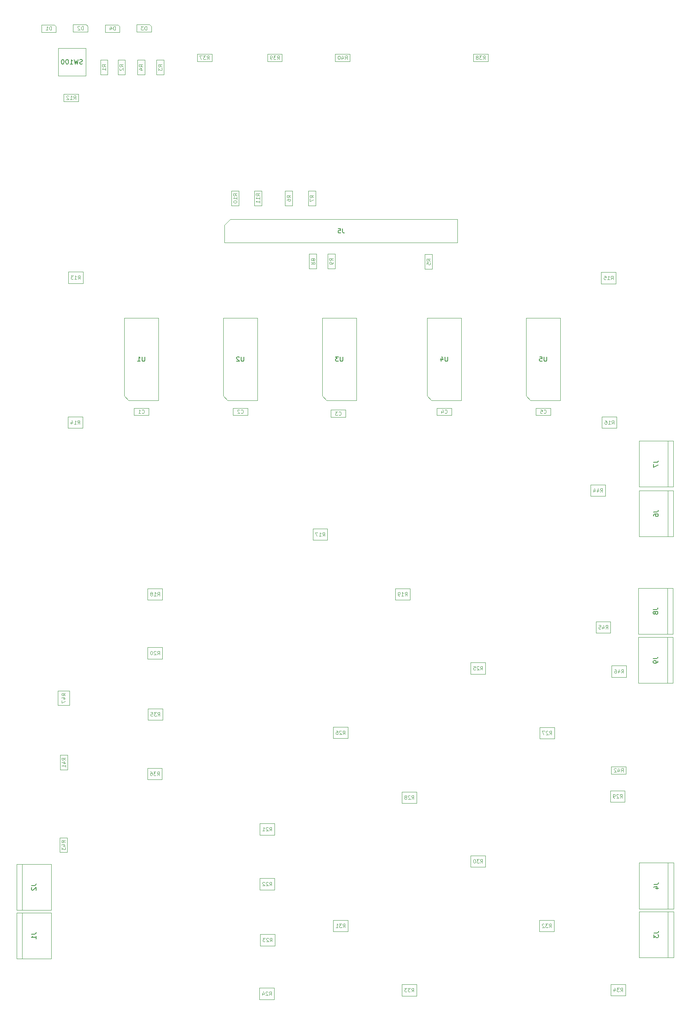
<source format=gbr>
%TF.GenerationSoftware,KiCad,Pcbnew,(5.1.10)-1*%
%TF.CreationDate,2022-01-05T11:20:31+00:00*%
%TF.ProjectId,opena3xx-mcdu,6f70656e-6133-4787-982d-6d6364752e6b,0.1*%
%TF.SameCoordinates,Original*%
%TF.FileFunction,Other,Fab,Bot*%
%FSLAX46Y46*%
G04 Gerber Fmt 4.6, Leading zero omitted, Abs format (unit mm)*
G04 Created by KiCad (PCBNEW (5.1.10)-1) date 2022-01-05 11:20:31*
%MOMM*%
%LPD*%
G01*
G04 APERTURE LIST*
%ADD10C,0.100000*%
%ADD11C,0.120000*%
%ADD12C,0.150000*%
G04 APERTURE END LIST*
D10*
X43032280Y-174899720D02*
X45522280Y-174899720D01*
X45522280Y-174899720D02*
X45522280Y-171699720D01*
X45522280Y-171699720D02*
X43032280Y-171699720D01*
X43032280Y-171699720D02*
X43032280Y-174899720D01*
X163756540Y-166275620D02*
X163756540Y-168765620D01*
X163756540Y-168765620D02*
X166956540Y-168765620D01*
X166956540Y-168765620D02*
X166956540Y-166275620D01*
X166956540Y-166275620D02*
X163756540Y-166275620D01*
X160335160Y-156659180D02*
X160335160Y-159149180D01*
X160335160Y-159149180D02*
X163535160Y-159149180D01*
X163535160Y-159149180D02*
X163535160Y-156659180D01*
X163535160Y-156659180D02*
X160335160Y-156659180D01*
X169757400Y-229812460D02*
X169757400Y-219812460D01*
X177257400Y-229812460D02*
X169757400Y-229812460D01*
X177257400Y-219812460D02*
X177257400Y-229812460D01*
X169757400Y-219812460D02*
X177257400Y-219812460D01*
X176057400Y-219862460D02*
X176057400Y-229762460D01*
X175930000Y-160099000D02*
X175930000Y-169999000D01*
X169630000Y-160049000D02*
X177130000Y-160049000D01*
X177130000Y-160049000D02*
X177130000Y-170049000D01*
X177130000Y-170049000D02*
X169630000Y-170049000D01*
X169630000Y-170049000D02*
X169630000Y-160049000D01*
X169630000Y-159356000D02*
X169630000Y-149356000D01*
X177130000Y-159356000D02*
X169630000Y-159356000D01*
X177130000Y-149356000D02*
X177130000Y-159356000D01*
X169630000Y-149356000D02*
X177130000Y-149356000D01*
X175930000Y-149406000D02*
X175930000Y-159306000D01*
X162382000Y-126847000D02*
X159182000Y-126847000D01*
X162382000Y-129337000D02*
X162382000Y-126847000D01*
X159182000Y-129337000D02*
X162382000Y-129337000D01*
X159182000Y-126847000D02*
X159182000Y-129337000D01*
X169719000Y-127301000D02*
X169719000Y-117301000D01*
X177219000Y-127301000D02*
X169719000Y-127301000D01*
X177219000Y-117301000D02*
X177219000Y-127301000D01*
X169719000Y-117301000D02*
X177219000Y-117301000D01*
X176019000Y-117351000D02*
X176019000Y-127251000D01*
X169719000Y-138096000D02*
X169719000Y-128096000D01*
X177219000Y-138096000D02*
X169719000Y-138096000D01*
X177219000Y-128096000D02*
X177219000Y-138096000D01*
X169719000Y-128096000D02*
X177219000Y-128096000D01*
X176019000Y-128146000D02*
X176019000Y-138046000D01*
X145094000Y-107467000D02*
X146094000Y-108467000D01*
X145094000Y-90567000D02*
X145094000Y-107467000D01*
X152594000Y-90567000D02*
X145094000Y-90567000D01*
X152594000Y-108467000D02*
X152594000Y-90567000D01*
X146094000Y-108467000D02*
X152594000Y-108467000D01*
X123504000Y-107467000D02*
X124504000Y-108467000D01*
X123504000Y-90567000D02*
X123504000Y-107467000D01*
X131004000Y-90567000D02*
X123504000Y-90567000D01*
X131004000Y-108467000D02*
X131004000Y-90567000D01*
X124504000Y-108467000D02*
X131004000Y-108467000D01*
X100644000Y-107467000D02*
X101644000Y-108467000D01*
X100644000Y-90567000D02*
X100644000Y-107467000D01*
X108144000Y-90567000D02*
X100644000Y-90567000D01*
X108144000Y-108467000D02*
X108144000Y-90567000D01*
X101644000Y-108467000D02*
X108144000Y-108467000D01*
X79054000Y-107467000D02*
X80054000Y-108467000D01*
X79054000Y-90567000D02*
X79054000Y-107467000D01*
X86554000Y-90567000D02*
X79054000Y-90567000D01*
X86554000Y-108467000D02*
X86554000Y-90567000D01*
X80054000Y-108467000D02*
X86554000Y-108467000D01*
X57464000Y-107467000D02*
X58464000Y-108467000D01*
X57464000Y-90567000D02*
X57464000Y-107467000D01*
X64964000Y-90567000D02*
X57464000Y-90567000D01*
X64964000Y-108467000D02*
X64964000Y-90567000D01*
X58464000Y-108467000D02*
X64964000Y-108467000D01*
X43074400Y-31783200D02*
X49074400Y-31783200D01*
X43074400Y-37783200D02*
X49074400Y-37783200D01*
X49074400Y-37783200D02*
X49074400Y-31783200D01*
X43074400Y-37783200D02*
X43074400Y-31783200D01*
X45059000Y-206908000D02*
X45059000Y-203708000D01*
X43459000Y-206908000D02*
X45059000Y-206908000D01*
X43459000Y-203708000D02*
X43459000Y-206908000D01*
X45059000Y-203708000D02*
X43459000Y-203708000D01*
X163691000Y-189852000D02*
X166891000Y-189852000D01*
X163691000Y-188252000D02*
X163691000Y-189852000D01*
X166891000Y-188252000D02*
X163691000Y-188252000D01*
X166891000Y-189852000D02*
X166891000Y-188252000D01*
X45123000Y-188938000D02*
X45123000Y-185738000D01*
X43523000Y-188938000D02*
X45123000Y-188938000D01*
X43523000Y-185738000D02*
X43523000Y-188938000D01*
X45123000Y-185738000D02*
X43523000Y-185738000D01*
X106693000Y-33058200D02*
X103493000Y-33058200D01*
X106693000Y-34658200D02*
X106693000Y-33058200D01*
X103493000Y-34658200D02*
X106693000Y-34658200D01*
X103493000Y-33058200D02*
X103493000Y-34658200D01*
X91897000Y-33058200D02*
X88697000Y-33058200D01*
X91897000Y-34658200D02*
X91897000Y-33058200D01*
X88697000Y-34658200D02*
X91897000Y-34658200D01*
X88697000Y-33058200D02*
X88697000Y-34658200D01*
X136791000Y-33058200D02*
X133591000Y-33058200D01*
X136791000Y-34658200D02*
X136791000Y-33058200D01*
X133591000Y-34658200D02*
X136791000Y-34658200D01*
X133591000Y-33058200D02*
X133591000Y-34658200D01*
X76593000Y-33058200D02*
X73393000Y-33058200D01*
X76593000Y-34658200D02*
X76593000Y-33058200D01*
X73393000Y-34658200D02*
X76593000Y-34658200D01*
X73393000Y-33058200D02*
X73393000Y-34658200D01*
X65735000Y-188569000D02*
X62535000Y-188569000D01*
X65735000Y-191059000D02*
X65735000Y-188569000D01*
X62535000Y-191059000D02*
X65735000Y-191059000D01*
X62535000Y-188569000D02*
X62535000Y-191059000D01*
X65862000Y-175615000D02*
X62662000Y-175615000D01*
X65862000Y-178105000D02*
X65862000Y-175615000D01*
X62662000Y-178105000D02*
X65862000Y-178105000D01*
X62662000Y-175615000D02*
X62662000Y-178105000D01*
X166763000Y-235623000D02*
X163563000Y-235623000D01*
X166763000Y-238113000D02*
X166763000Y-235623000D01*
X163563000Y-238113000D02*
X166763000Y-238113000D01*
X163563000Y-235623000D02*
X163563000Y-238113000D01*
X121234000Y-235686000D02*
X118034000Y-235686000D01*
X121234000Y-238176000D02*
X121234000Y-235686000D01*
X118034000Y-238176000D02*
X121234000Y-238176000D01*
X118034000Y-235686000D02*
X118034000Y-238176000D01*
X151206000Y-221653000D02*
X148006000Y-221653000D01*
X151206000Y-224143000D02*
X151206000Y-221653000D01*
X148006000Y-224143000D02*
X151206000Y-224143000D01*
X148006000Y-221653000D02*
X148006000Y-224143000D01*
X106248000Y-221653000D02*
X103048000Y-221653000D01*
X106248000Y-224143000D02*
X106248000Y-221653000D01*
X103048000Y-224143000D02*
X106248000Y-224143000D01*
X103048000Y-221653000D02*
X103048000Y-224143000D01*
X136220000Y-207619000D02*
X133020000Y-207619000D01*
X136220000Y-210109000D02*
X136220000Y-207619000D01*
X133020000Y-210109000D02*
X136220000Y-210109000D01*
X133020000Y-207619000D02*
X133020000Y-210109000D01*
X166663000Y-193459000D02*
X163463000Y-193459000D01*
X166663000Y-195949000D02*
X166663000Y-193459000D01*
X163463000Y-195949000D02*
X166663000Y-195949000D01*
X163463000Y-193459000D02*
X163463000Y-195949000D01*
X121234000Y-193713000D02*
X118034000Y-193713000D01*
X121234000Y-196203000D02*
X121234000Y-193713000D01*
X118034000Y-196203000D02*
X121234000Y-196203000D01*
X118034000Y-193713000D02*
X118034000Y-196203000D01*
X151269000Y-179679000D02*
X148069000Y-179679000D01*
X151269000Y-182169000D02*
X151269000Y-179679000D01*
X148069000Y-182169000D02*
X151269000Y-182169000D01*
X148069000Y-179679000D02*
X148069000Y-182169000D01*
X106248000Y-179616000D02*
X103048000Y-179616000D01*
X106248000Y-182106000D02*
X106248000Y-179616000D01*
X103048000Y-182106000D02*
X106248000Y-182106000D01*
X103048000Y-179616000D02*
X103048000Y-182106000D01*
X136220000Y-165582000D02*
X133020000Y-165582000D01*
X136220000Y-168072000D02*
X136220000Y-165582000D01*
X133020000Y-168072000D02*
X136220000Y-168072000D01*
X133020000Y-165582000D02*
X133020000Y-168072000D01*
X90183000Y-236448000D02*
X86983000Y-236448000D01*
X90183000Y-238938000D02*
X90183000Y-236448000D01*
X86983000Y-238938000D02*
X90183000Y-238938000D01*
X86983000Y-236448000D02*
X86983000Y-238938000D01*
X90309000Y-224764000D02*
X87109000Y-224764000D01*
X90309000Y-227254000D02*
X90309000Y-224764000D01*
X87109000Y-227254000D02*
X90309000Y-227254000D01*
X87109000Y-224764000D02*
X87109000Y-227254000D01*
X90246000Y-212572000D02*
X87046000Y-212572000D01*
X90246000Y-215062000D02*
X90246000Y-212572000D01*
X87046000Y-215062000D02*
X90246000Y-215062000D01*
X87046000Y-212572000D02*
X87046000Y-215062000D01*
X90246000Y-200634000D02*
X87046000Y-200634000D01*
X90246000Y-203124000D02*
X90246000Y-200634000D01*
X87046000Y-203124000D02*
X90246000Y-203124000D01*
X87046000Y-200634000D02*
X87046000Y-203124000D01*
X65799000Y-162280000D02*
X62599000Y-162280000D01*
X65799000Y-164770000D02*
X65799000Y-162280000D01*
X62599000Y-164770000D02*
X65799000Y-164770000D01*
X62599000Y-162280000D02*
X62599000Y-164770000D01*
X119773000Y-149453000D02*
X116573000Y-149453000D01*
X119773000Y-151943000D02*
X119773000Y-149453000D01*
X116573000Y-151943000D02*
X119773000Y-151943000D01*
X116573000Y-149453000D02*
X116573000Y-151943000D01*
X65799000Y-149453000D02*
X62599000Y-149453000D01*
X65799000Y-151943000D02*
X65799000Y-149453000D01*
X62599000Y-151943000D02*
X65799000Y-151943000D01*
X62599000Y-149453000D02*
X62599000Y-151943000D01*
X101803000Y-136436000D02*
X98603000Y-136436000D01*
X101803000Y-138926000D02*
X101803000Y-136436000D01*
X98603000Y-138926000D02*
X101803000Y-138926000D01*
X98603000Y-136436000D02*
X98603000Y-138926000D01*
X164859000Y-112052000D02*
X161659000Y-112052000D01*
X164859000Y-114542000D02*
X164859000Y-112052000D01*
X161659000Y-114542000D02*
X164859000Y-114542000D01*
X161659000Y-112052000D02*
X161659000Y-114542000D01*
X164693000Y-80568400D02*
X161493000Y-80568400D01*
X164693000Y-83058400D02*
X164693000Y-80568400D01*
X161493000Y-83058400D02*
X164693000Y-83058400D01*
X161493000Y-80568400D02*
X161493000Y-83058400D01*
X48402000Y-112049000D02*
X45202000Y-112049000D01*
X48402000Y-114539000D02*
X48402000Y-112049000D01*
X45202000Y-114539000D02*
X48402000Y-114539000D01*
X45202000Y-112049000D02*
X45202000Y-114539000D01*
X48478200Y-80497300D02*
X45278200Y-80497300D01*
X48478200Y-82987300D02*
X48478200Y-80497300D01*
X45278200Y-82987300D02*
X48478200Y-82987300D01*
X45278200Y-80497300D02*
X45278200Y-82987300D01*
X44311000Y-43357700D02*
X47511000Y-43357700D01*
X44311000Y-41757700D02*
X44311000Y-43357700D01*
X47511000Y-41757700D02*
X44311000Y-41757700D01*
X47511000Y-43357700D02*
X47511000Y-41757700D01*
X85852600Y-62852500D02*
X85852600Y-66052500D01*
X87452600Y-62852500D02*
X85852600Y-62852500D01*
X87452600Y-66052500D02*
X87452600Y-62852500D01*
X85852600Y-66052500D02*
X87452600Y-66052500D01*
X80898600Y-62852500D02*
X80898600Y-66052500D01*
X82498600Y-62852500D02*
X80898600Y-62852500D01*
X82498600Y-66052500D02*
X82498600Y-62852500D01*
X80898600Y-66052500D02*
X82498600Y-66052500D01*
X101855000Y-76568500D02*
X101855000Y-79768500D01*
X103455000Y-76568500D02*
X101855000Y-76568500D01*
X103455000Y-79768500D02*
X103455000Y-76568500D01*
X101855000Y-79768500D02*
X103455000Y-79768500D01*
X97790600Y-76594500D02*
X97790600Y-79794500D01*
X99390600Y-76594500D02*
X97790600Y-76594500D01*
X99390600Y-79794500D02*
X99390600Y-76594500D01*
X97790600Y-79794500D02*
X99390600Y-79794500D01*
X99199600Y-66052500D02*
X99199600Y-62852500D01*
X97599600Y-66052500D02*
X99199600Y-66052500D01*
X97599600Y-62852500D02*
X97599600Y-66052500D01*
X99199600Y-62852500D02*
X97599600Y-62852500D01*
X94182600Y-66052500D02*
X94182600Y-62852500D01*
X92582600Y-66052500D02*
X94182600Y-66052500D01*
X92582600Y-62852500D02*
X92582600Y-66052500D01*
X94182600Y-62852500D02*
X92582600Y-62852500D01*
X123063000Y-76695500D02*
X123063000Y-79895500D01*
X124663000Y-76695500D02*
X123063000Y-76695500D01*
X124663000Y-79895500D02*
X124663000Y-76695500D01*
X123063000Y-79895500D02*
X124663000Y-79895500D01*
X61951000Y-37553700D02*
X61951000Y-34353700D01*
X60351000Y-37553700D02*
X61951000Y-37553700D01*
X60351000Y-34353700D02*
X60351000Y-37553700D01*
X61951000Y-34353700D02*
X60351000Y-34353700D01*
X66141000Y-37553700D02*
X66141000Y-34353700D01*
X64541000Y-37553700D02*
X66141000Y-37553700D01*
X64541000Y-34353700D02*
X64541000Y-37553700D01*
X66141000Y-34353700D02*
X64541000Y-34353700D01*
X57696000Y-37553700D02*
X57696000Y-34353700D01*
X56096000Y-37553700D02*
X57696000Y-37553700D01*
X56096000Y-34353700D02*
X56096000Y-37553700D01*
X57696000Y-34353700D02*
X56096000Y-34353700D01*
X53886000Y-37553700D02*
X53886000Y-34353700D01*
X52286000Y-37553700D02*
X53886000Y-37553700D01*
X52286000Y-34353700D02*
X52286000Y-37553700D01*
X53886000Y-34353700D02*
X52286000Y-34353700D01*
X169757400Y-219195460D02*
X169757400Y-209195460D01*
X177257400Y-219195460D02*
X169757400Y-219195460D01*
X177257400Y-209195460D02*
X177257400Y-219195460D01*
X169757400Y-209195460D02*
X177257400Y-209195460D01*
X176057400Y-209245460D02*
X176057400Y-219145460D01*
X80644600Y-69037200D02*
X79374600Y-70307200D01*
X130174600Y-69037200D02*
X80644600Y-69037200D01*
X130174600Y-74117200D02*
X130174600Y-69037200D01*
X79374600Y-74117200D02*
X130174600Y-74117200D01*
X79374600Y-70307200D02*
X79374600Y-74117200D01*
X41532000Y-209465000D02*
X41532000Y-219465000D01*
X34032000Y-209465000D02*
X41532000Y-209465000D01*
X34032000Y-219465000D02*
X34032000Y-209465000D01*
X41532000Y-219465000D02*
X34032000Y-219465000D01*
X35232000Y-219415000D02*
X35232000Y-209515000D01*
X41532000Y-220069000D02*
X41532000Y-230069000D01*
X34032000Y-220069000D02*
X41532000Y-220069000D01*
X34032000Y-230069000D02*
X34032000Y-220069000D01*
X41532000Y-230069000D02*
X34032000Y-230069000D01*
X35232000Y-230019000D02*
X35232000Y-220119000D01*
X53314800Y-28282800D02*
X53314800Y-26682800D01*
X56514800Y-28282800D02*
X53314800Y-28282800D01*
X56514800Y-27082800D02*
X56514800Y-28282800D01*
X56114800Y-26682800D02*
X56514800Y-27082800D01*
X53314800Y-26682800D02*
X56114800Y-26682800D01*
X60185000Y-28244700D02*
X60185000Y-26644700D01*
X63385000Y-28244700D02*
X60185000Y-28244700D01*
X63385000Y-27044700D02*
X63385000Y-28244700D01*
X62985000Y-26644700D02*
X63385000Y-27044700D01*
X60185000Y-26644700D02*
X62985000Y-26644700D01*
X46355200Y-28232000D02*
X46355200Y-26632000D01*
X49555200Y-28232000D02*
X46355200Y-28232000D01*
X49555200Y-27032000D02*
X49555200Y-28232000D01*
X49155200Y-26632000D02*
X49555200Y-27032000D01*
X46355200Y-26632000D02*
X49155200Y-26632000D01*
X39421000Y-28282800D02*
X39421000Y-26682800D01*
X42621000Y-28282800D02*
X39421000Y-28282800D01*
X42621000Y-27082800D02*
X42621000Y-28282800D01*
X42221000Y-26682800D02*
X42621000Y-27082800D01*
X39421000Y-26682800D02*
X42221000Y-26682800D01*
X150444000Y-110147000D02*
X147244000Y-110147000D01*
X150444000Y-111747000D02*
X150444000Y-110147000D01*
X147244000Y-111747000D02*
X150444000Y-111747000D01*
X147244000Y-110147000D02*
X147244000Y-111747000D01*
X128854000Y-110147000D02*
X125654000Y-110147000D01*
X128854000Y-111747000D02*
X128854000Y-110147000D01*
X125654000Y-111747000D02*
X128854000Y-111747000D01*
X125654000Y-110147000D02*
X125654000Y-111747000D01*
X105740000Y-110554000D02*
X102540000Y-110554000D01*
X105740000Y-112154000D02*
X105740000Y-110554000D01*
X102540000Y-112154000D02*
X105740000Y-112154000D01*
X102540000Y-110554000D02*
X102540000Y-112154000D01*
X84404000Y-110147000D02*
X81204000Y-110147000D01*
X84404000Y-111747000D02*
X84404000Y-110147000D01*
X81204000Y-111747000D02*
X84404000Y-111747000D01*
X81204000Y-110147000D02*
X81204000Y-111747000D01*
X62814000Y-110147000D02*
X59614000Y-110147000D01*
X62814000Y-111747000D02*
X62814000Y-110147000D01*
X59614000Y-111747000D02*
X62814000Y-111747000D01*
X59614000Y-110147000D02*
X59614000Y-111747000D01*
D11*
X44639184Y-172785434D02*
X44258232Y-172518767D01*
X44639184Y-172328291D02*
X43839184Y-172328291D01*
X43839184Y-172633053D01*
X43877280Y-172709243D01*
X43915375Y-172747339D01*
X43991565Y-172785434D01*
X44105851Y-172785434D01*
X44182041Y-172747339D01*
X44220137Y-172709243D01*
X44258232Y-172633053D01*
X44258232Y-172328291D01*
X44105851Y-173471148D02*
X44639184Y-173471148D01*
X43801089Y-173280672D02*
X44372518Y-173090196D01*
X44372518Y-173585434D01*
X43839184Y-173814005D02*
X43839184Y-174347339D01*
X44639184Y-174004481D01*
X165870825Y-167882524D02*
X166137492Y-167501572D01*
X166327968Y-167882524D02*
X166327968Y-167082524D01*
X166023206Y-167082524D01*
X165947016Y-167120620D01*
X165908920Y-167158715D01*
X165870825Y-167234905D01*
X165870825Y-167349191D01*
X165908920Y-167425381D01*
X165947016Y-167463477D01*
X166023206Y-167501572D01*
X166327968Y-167501572D01*
X165185111Y-167349191D02*
X165185111Y-167882524D01*
X165375587Y-167044429D02*
X165566063Y-167615858D01*
X165070825Y-167615858D01*
X164423206Y-167082524D02*
X164575587Y-167082524D01*
X164651778Y-167120620D01*
X164689873Y-167158715D01*
X164766063Y-167273000D01*
X164804159Y-167425381D01*
X164804159Y-167730143D01*
X164766063Y-167806334D01*
X164727968Y-167844429D01*
X164651778Y-167882524D01*
X164499397Y-167882524D01*
X164423206Y-167844429D01*
X164385111Y-167806334D01*
X164347016Y-167730143D01*
X164347016Y-167539667D01*
X164385111Y-167463477D01*
X164423206Y-167425381D01*
X164499397Y-167387286D01*
X164651778Y-167387286D01*
X164727968Y-167425381D01*
X164766063Y-167463477D01*
X164804159Y-167539667D01*
X162449445Y-158266084D02*
X162716112Y-157885132D01*
X162906588Y-158266084D02*
X162906588Y-157466084D01*
X162601826Y-157466084D01*
X162525636Y-157504180D01*
X162487540Y-157542275D01*
X162449445Y-157618465D01*
X162449445Y-157732751D01*
X162487540Y-157808941D01*
X162525636Y-157847037D01*
X162601826Y-157885132D01*
X162906588Y-157885132D01*
X161763731Y-157732751D02*
X161763731Y-158266084D01*
X161954207Y-157427989D02*
X162144683Y-157999418D01*
X161649445Y-157999418D01*
X160963731Y-157466084D02*
X161344683Y-157466084D01*
X161382779Y-157847037D01*
X161344683Y-157808941D01*
X161268493Y-157770846D01*
X161078017Y-157770846D01*
X161001826Y-157808941D01*
X160963731Y-157847037D01*
X160925636Y-157923227D01*
X160925636Y-158113703D01*
X160963731Y-158189894D01*
X161001826Y-158227989D01*
X161078017Y-158266084D01*
X161268493Y-158266084D01*
X161344683Y-158227989D01*
X161382779Y-158189894D01*
D12*
X172959780Y-224479126D02*
X173674066Y-224479126D01*
X173816923Y-224431507D01*
X173912161Y-224336269D01*
X173959780Y-224193412D01*
X173959780Y-224098174D01*
X172959780Y-224860079D02*
X172959780Y-225479126D01*
X173340733Y-225145793D01*
X173340733Y-225288650D01*
X173388352Y-225383888D01*
X173435971Y-225431507D01*
X173531209Y-225479126D01*
X173769304Y-225479126D01*
X173864542Y-225431507D01*
X173912161Y-225383888D01*
X173959780Y-225288650D01*
X173959780Y-225002936D01*
X173912161Y-224907698D01*
X173864542Y-224860079D01*
X172832380Y-164715666D02*
X173546666Y-164715666D01*
X173689523Y-164668047D01*
X173784761Y-164572809D01*
X173832380Y-164429952D01*
X173832380Y-164334714D01*
X173832380Y-165239476D02*
X173832380Y-165429952D01*
X173784761Y-165525190D01*
X173737142Y-165572809D01*
X173594285Y-165668047D01*
X173403809Y-165715666D01*
X173022857Y-165715666D01*
X172927619Y-165668047D01*
X172880000Y-165620428D01*
X172832380Y-165525190D01*
X172832380Y-165334714D01*
X172880000Y-165239476D01*
X172927619Y-165191857D01*
X173022857Y-165144238D01*
X173260952Y-165144238D01*
X173356190Y-165191857D01*
X173403809Y-165239476D01*
X173451428Y-165334714D01*
X173451428Y-165525190D01*
X173403809Y-165620428D01*
X173356190Y-165668047D01*
X173260952Y-165715666D01*
X172832380Y-154022666D02*
X173546666Y-154022666D01*
X173689523Y-153975047D01*
X173784761Y-153879809D01*
X173832380Y-153736952D01*
X173832380Y-153641714D01*
X173260952Y-154641714D02*
X173213333Y-154546476D01*
X173165714Y-154498857D01*
X173070476Y-154451238D01*
X173022857Y-154451238D01*
X172927619Y-154498857D01*
X172880000Y-154546476D01*
X172832380Y-154641714D01*
X172832380Y-154832190D01*
X172880000Y-154927428D01*
X172927619Y-154975047D01*
X173022857Y-155022666D01*
X173070476Y-155022666D01*
X173165714Y-154975047D01*
X173213333Y-154927428D01*
X173260952Y-154832190D01*
X173260952Y-154641714D01*
X173308571Y-154546476D01*
X173356190Y-154498857D01*
X173451428Y-154451238D01*
X173641904Y-154451238D01*
X173737142Y-154498857D01*
X173784761Y-154546476D01*
X173832380Y-154641714D01*
X173832380Y-154832190D01*
X173784761Y-154927428D01*
X173737142Y-154975047D01*
X173641904Y-155022666D01*
X173451428Y-155022666D01*
X173356190Y-154975047D01*
X173308571Y-154927428D01*
X173260952Y-154832190D01*
D11*
X161296285Y-128453904D02*
X161562952Y-128072952D01*
X161753428Y-128453904D02*
X161753428Y-127653904D01*
X161448666Y-127653904D01*
X161372476Y-127692000D01*
X161334380Y-127730095D01*
X161296285Y-127806285D01*
X161296285Y-127920571D01*
X161334380Y-127996761D01*
X161372476Y-128034857D01*
X161448666Y-128072952D01*
X161753428Y-128072952D01*
X160610571Y-127920571D02*
X160610571Y-128453904D01*
X160801047Y-127615809D02*
X160991523Y-128187238D01*
X160496285Y-128187238D01*
X159848666Y-127920571D02*
X159848666Y-128453904D01*
X160039142Y-127615809D02*
X160229619Y-128187238D01*
X159734380Y-128187238D01*
D12*
X172921380Y-121967666D02*
X173635666Y-121967666D01*
X173778523Y-121920047D01*
X173873761Y-121824809D01*
X173921380Y-121681952D01*
X173921380Y-121586714D01*
X172921380Y-122348619D02*
X172921380Y-123015285D01*
X173921380Y-122586714D01*
X172921380Y-132762666D02*
X173635666Y-132762666D01*
X173778523Y-132715047D01*
X173873761Y-132619809D01*
X173921380Y-132476952D01*
X173921380Y-132381714D01*
X172921380Y-133667428D02*
X172921380Y-133476952D01*
X172969000Y-133381714D01*
X173016619Y-133334095D01*
X173159476Y-133238857D01*
X173349952Y-133191238D01*
X173730904Y-133191238D01*
X173826142Y-133238857D01*
X173873761Y-133286476D01*
X173921380Y-133381714D01*
X173921380Y-133572190D01*
X173873761Y-133667428D01*
X173826142Y-133715047D01*
X173730904Y-133762666D01*
X173492809Y-133762666D01*
X173397571Y-133715047D01*
X173349952Y-133667428D01*
X173302333Y-133572190D01*
X173302333Y-133381714D01*
X173349952Y-133286476D01*
X173397571Y-133238857D01*
X173492809Y-133191238D01*
X149605904Y-98969380D02*
X149605904Y-99778904D01*
X149558285Y-99874142D01*
X149510666Y-99921761D01*
X149415428Y-99969380D01*
X149224952Y-99969380D01*
X149129714Y-99921761D01*
X149082095Y-99874142D01*
X149034476Y-99778904D01*
X149034476Y-98969380D01*
X148082095Y-98969380D02*
X148558285Y-98969380D01*
X148605904Y-99445571D01*
X148558285Y-99397952D01*
X148463047Y-99350333D01*
X148224952Y-99350333D01*
X148129714Y-99397952D01*
X148082095Y-99445571D01*
X148034476Y-99540809D01*
X148034476Y-99778904D01*
X148082095Y-99874142D01*
X148129714Y-99921761D01*
X148224952Y-99969380D01*
X148463047Y-99969380D01*
X148558285Y-99921761D01*
X148605904Y-99874142D01*
X128015904Y-98969380D02*
X128015904Y-99778904D01*
X127968285Y-99874142D01*
X127920666Y-99921761D01*
X127825428Y-99969380D01*
X127634952Y-99969380D01*
X127539714Y-99921761D01*
X127492095Y-99874142D01*
X127444476Y-99778904D01*
X127444476Y-98969380D01*
X126539714Y-99302714D02*
X126539714Y-99969380D01*
X126777809Y-98921761D02*
X127015904Y-99636047D01*
X126396857Y-99636047D01*
X105155904Y-98969380D02*
X105155904Y-99778904D01*
X105108285Y-99874142D01*
X105060666Y-99921761D01*
X104965428Y-99969380D01*
X104774952Y-99969380D01*
X104679714Y-99921761D01*
X104632095Y-99874142D01*
X104584476Y-99778904D01*
X104584476Y-98969380D01*
X104203523Y-98969380D02*
X103584476Y-98969380D01*
X103917809Y-99350333D01*
X103774952Y-99350333D01*
X103679714Y-99397952D01*
X103632095Y-99445571D01*
X103584476Y-99540809D01*
X103584476Y-99778904D01*
X103632095Y-99874142D01*
X103679714Y-99921761D01*
X103774952Y-99969380D01*
X104060666Y-99969380D01*
X104155904Y-99921761D01*
X104203523Y-99874142D01*
X83565904Y-98969380D02*
X83565904Y-99778904D01*
X83518285Y-99874142D01*
X83470666Y-99921761D01*
X83375428Y-99969380D01*
X83184952Y-99969380D01*
X83089714Y-99921761D01*
X83042095Y-99874142D01*
X82994476Y-99778904D01*
X82994476Y-98969380D01*
X82565904Y-99064619D02*
X82518285Y-99017000D01*
X82423047Y-98969380D01*
X82184952Y-98969380D01*
X82089714Y-99017000D01*
X82042095Y-99064619D01*
X81994476Y-99159857D01*
X81994476Y-99255095D01*
X82042095Y-99397952D01*
X82613523Y-99969380D01*
X81994476Y-99969380D01*
X61975904Y-98969380D02*
X61975904Y-99778904D01*
X61928285Y-99874142D01*
X61880666Y-99921761D01*
X61785428Y-99969380D01*
X61594952Y-99969380D01*
X61499714Y-99921761D01*
X61452095Y-99874142D01*
X61404476Y-99778904D01*
X61404476Y-98969380D01*
X60404476Y-99969380D02*
X60975904Y-99969380D01*
X60690190Y-99969380D02*
X60690190Y-98969380D01*
X60785428Y-99112238D01*
X60880666Y-99207476D01*
X60975904Y-99255095D01*
X48360114Y-35187961D02*
X48217257Y-35235580D01*
X47979161Y-35235580D01*
X47883923Y-35187961D01*
X47836304Y-35140342D01*
X47788685Y-35045104D01*
X47788685Y-34949866D01*
X47836304Y-34854628D01*
X47883923Y-34807009D01*
X47979161Y-34759390D01*
X48169638Y-34711771D01*
X48264876Y-34664152D01*
X48312495Y-34616533D01*
X48360114Y-34521295D01*
X48360114Y-34426057D01*
X48312495Y-34330819D01*
X48264876Y-34283200D01*
X48169638Y-34235580D01*
X47931542Y-34235580D01*
X47788685Y-34283200D01*
X47455352Y-34235580D02*
X47217257Y-35235580D01*
X47026780Y-34521295D01*
X46836304Y-35235580D01*
X46598209Y-34235580D01*
X45693447Y-35235580D02*
X46264876Y-35235580D01*
X45979161Y-35235580D02*
X45979161Y-34235580D01*
X46074400Y-34378438D01*
X46169638Y-34473676D01*
X46264876Y-34521295D01*
X45074400Y-34235580D02*
X44979161Y-34235580D01*
X44883923Y-34283200D01*
X44836304Y-34330819D01*
X44788685Y-34426057D01*
X44741066Y-34616533D01*
X44741066Y-34854628D01*
X44788685Y-35045104D01*
X44836304Y-35140342D01*
X44883923Y-35187961D01*
X44979161Y-35235580D01*
X45074400Y-35235580D01*
X45169638Y-35187961D01*
X45217257Y-35140342D01*
X45264876Y-35045104D01*
X45312495Y-34854628D01*
X45312495Y-34616533D01*
X45264876Y-34426057D01*
X45217257Y-34330819D01*
X45169638Y-34283200D01*
X45074400Y-34235580D01*
X44122019Y-34235580D02*
X44026780Y-34235580D01*
X43931542Y-34283200D01*
X43883923Y-34330819D01*
X43836304Y-34426057D01*
X43788685Y-34616533D01*
X43788685Y-34854628D01*
X43836304Y-35045104D01*
X43883923Y-35140342D01*
X43931542Y-35187961D01*
X44026780Y-35235580D01*
X44122019Y-35235580D01*
X44217257Y-35187961D01*
X44264876Y-35140342D01*
X44312495Y-35045104D01*
X44360114Y-34854628D01*
X44360114Y-34616533D01*
X44312495Y-34426057D01*
X44264876Y-34330819D01*
X44217257Y-34283200D01*
X44122019Y-34235580D01*
D11*
X44620904Y-204793714D02*
X44239952Y-204527047D01*
X44620904Y-204336571D02*
X43820904Y-204336571D01*
X43820904Y-204641333D01*
X43859000Y-204717523D01*
X43897095Y-204755619D01*
X43973285Y-204793714D01*
X44087571Y-204793714D01*
X44163761Y-204755619D01*
X44201857Y-204717523D01*
X44239952Y-204641333D01*
X44239952Y-204336571D01*
X44087571Y-205479428D02*
X44620904Y-205479428D01*
X43782809Y-205288952D02*
X44354238Y-205098476D01*
X44354238Y-205593714D01*
X43820904Y-205822285D02*
X43820904Y-206317523D01*
X44125666Y-206050857D01*
X44125666Y-206165142D01*
X44163761Y-206241333D01*
X44201857Y-206279428D01*
X44278047Y-206317523D01*
X44468523Y-206317523D01*
X44544714Y-206279428D01*
X44582809Y-206241333D01*
X44620904Y-206165142D01*
X44620904Y-205936571D01*
X44582809Y-205860380D01*
X44544714Y-205822285D01*
X165805285Y-189413904D02*
X166071952Y-189032952D01*
X166262428Y-189413904D02*
X166262428Y-188613904D01*
X165957666Y-188613904D01*
X165881476Y-188652000D01*
X165843380Y-188690095D01*
X165805285Y-188766285D01*
X165805285Y-188880571D01*
X165843380Y-188956761D01*
X165881476Y-188994857D01*
X165957666Y-189032952D01*
X166262428Y-189032952D01*
X165119571Y-188880571D02*
X165119571Y-189413904D01*
X165310047Y-188575809D02*
X165500523Y-189147238D01*
X165005285Y-189147238D01*
X164738619Y-188690095D02*
X164700523Y-188652000D01*
X164624333Y-188613904D01*
X164433857Y-188613904D01*
X164357666Y-188652000D01*
X164319571Y-188690095D01*
X164281476Y-188766285D01*
X164281476Y-188842476D01*
X164319571Y-188956761D01*
X164776714Y-189413904D01*
X164281476Y-189413904D01*
X44684904Y-186823714D02*
X44303952Y-186557047D01*
X44684904Y-186366571D02*
X43884904Y-186366571D01*
X43884904Y-186671333D01*
X43923000Y-186747523D01*
X43961095Y-186785619D01*
X44037285Y-186823714D01*
X44151571Y-186823714D01*
X44227761Y-186785619D01*
X44265857Y-186747523D01*
X44303952Y-186671333D01*
X44303952Y-186366571D01*
X44151571Y-187509428D02*
X44684904Y-187509428D01*
X43846809Y-187318952D02*
X44418238Y-187128476D01*
X44418238Y-187623714D01*
X44684904Y-188347523D02*
X44684904Y-187890380D01*
X44684904Y-188118952D02*
X43884904Y-188118952D01*
X43999190Y-188042761D01*
X44075380Y-187966571D01*
X44113476Y-187890380D01*
X105607285Y-34220104D02*
X105873952Y-33839152D01*
X106064428Y-34220104D02*
X106064428Y-33420104D01*
X105759666Y-33420104D01*
X105683476Y-33458200D01*
X105645380Y-33496295D01*
X105607285Y-33572485D01*
X105607285Y-33686771D01*
X105645380Y-33762961D01*
X105683476Y-33801057D01*
X105759666Y-33839152D01*
X106064428Y-33839152D01*
X104921571Y-33686771D02*
X104921571Y-34220104D01*
X105112047Y-33382009D02*
X105302523Y-33953438D01*
X104807285Y-33953438D01*
X104350142Y-33420104D02*
X104273952Y-33420104D01*
X104197761Y-33458200D01*
X104159666Y-33496295D01*
X104121571Y-33572485D01*
X104083476Y-33724866D01*
X104083476Y-33915342D01*
X104121571Y-34067723D01*
X104159666Y-34143914D01*
X104197761Y-34182009D01*
X104273952Y-34220104D01*
X104350142Y-34220104D01*
X104426333Y-34182009D01*
X104464428Y-34143914D01*
X104502523Y-34067723D01*
X104540619Y-33915342D01*
X104540619Y-33724866D01*
X104502523Y-33572485D01*
X104464428Y-33496295D01*
X104426333Y-33458200D01*
X104350142Y-33420104D01*
X90811285Y-34220104D02*
X91077952Y-33839152D01*
X91268428Y-34220104D02*
X91268428Y-33420104D01*
X90963666Y-33420104D01*
X90887476Y-33458200D01*
X90849380Y-33496295D01*
X90811285Y-33572485D01*
X90811285Y-33686771D01*
X90849380Y-33762961D01*
X90887476Y-33801057D01*
X90963666Y-33839152D01*
X91268428Y-33839152D01*
X90544619Y-33420104D02*
X90049380Y-33420104D01*
X90316047Y-33724866D01*
X90201761Y-33724866D01*
X90125571Y-33762961D01*
X90087476Y-33801057D01*
X90049380Y-33877247D01*
X90049380Y-34067723D01*
X90087476Y-34143914D01*
X90125571Y-34182009D01*
X90201761Y-34220104D01*
X90430333Y-34220104D01*
X90506523Y-34182009D01*
X90544619Y-34143914D01*
X89668428Y-34220104D02*
X89516047Y-34220104D01*
X89439857Y-34182009D01*
X89401761Y-34143914D01*
X89325571Y-34029628D01*
X89287476Y-33877247D01*
X89287476Y-33572485D01*
X89325571Y-33496295D01*
X89363666Y-33458200D01*
X89439857Y-33420104D01*
X89592238Y-33420104D01*
X89668428Y-33458200D01*
X89706523Y-33496295D01*
X89744619Y-33572485D01*
X89744619Y-33762961D01*
X89706523Y-33839152D01*
X89668428Y-33877247D01*
X89592238Y-33915342D01*
X89439857Y-33915342D01*
X89363666Y-33877247D01*
X89325571Y-33839152D01*
X89287476Y-33762961D01*
X135705285Y-34220104D02*
X135971952Y-33839152D01*
X136162428Y-34220104D02*
X136162428Y-33420104D01*
X135857666Y-33420104D01*
X135781476Y-33458200D01*
X135743380Y-33496295D01*
X135705285Y-33572485D01*
X135705285Y-33686771D01*
X135743380Y-33762961D01*
X135781476Y-33801057D01*
X135857666Y-33839152D01*
X136162428Y-33839152D01*
X135438619Y-33420104D02*
X134943380Y-33420104D01*
X135210047Y-33724866D01*
X135095761Y-33724866D01*
X135019571Y-33762961D01*
X134981476Y-33801057D01*
X134943380Y-33877247D01*
X134943380Y-34067723D01*
X134981476Y-34143914D01*
X135019571Y-34182009D01*
X135095761Y-34220104D01*
X135324333Y-34220104D01*
X135400523Y-34182009D01*
X135438619Y-34143914D01*
X134486238Y-33762961D02*
X134562428Y-33724866D01*
X134600523Y-33686771D01*
X134638619Y-33610580D01*
X134638619Y-33572485D01*
X134600523Y-33496295D01*
X134562428Y-33458200D01*
X134486238Y-33420104D01*
X134333857Y-33420104D01*
X134257666Y-33458200D01*
X134219571Y-33496295D01*
X134181476Y-33572485D01*
X134181476Y-33610580D01*
X134219571Y-33686771D01*
X134257666Y-33724866D01*
X134333857Y-33762961D01*
X134486238Y-33762961D01*
X134562428Y-33801057D01*
X134600523Y-33839152D01*
X134638619Y-33915342D01*
X134638619Y-34067723D01*
X134600523Y-34143914D01*
X134562428Y-34182009D01*
X134486238Y-34220104D01*
X134333857Y-34220104D01*
X134257666Y-34182009D01*
X134219571Y-34143914D01*
X134181476Y-34067723D01*
X134181476Y-33915342D01*
X134219571Y-33839152D01*
X134257666Y-33801057D01*
X134333857Y-33762961D01*
X75507285Y-34220104D02*
X75773952Y-33839152D01*
X75964428Y-34220104D02*
X75964428Y-33420104D01*
X75659666Y-33420104D01*
X75583476Y-33458200D01*
X75545380Y-33496295D01*
X75507285Y-33572485D01*
X75507285Y-33686771D01*
X75545380Y-33762961D01*
X75583476Y-33801057D01*
X75659666Y-33839152D01*
X75964428Y-33839152D01*
X75240619Y-33420104D02*
X74745380Y-33420104D01*
X75012047Y-33724866D01*
X74897761Y-33724866D01*
X74821571Y-33762961D01*
X74783476Y-33801057D01*
X74745380Y-33877247D01*
X74745380Y-34067723D01*
X74783476Y-34143914D01*
X74821571Y-34182009D01*
X74897761Y-34220104D01*
X75126333Y-34220104D01*
X75202523Y-34182009D01*
X75240619Y-34143914D01*
X74478714Y-33420104D02*
X73945380Y-33420104D01*
X74288238Y-34220104D01*
X64649285Y-190175904D02*
X64915952Y-189794952D01*
X65106428Y-190175904D02*
X65106428Y-189375904D01*
X64801666Y-189375904D01*
X64725476Y-189414000D01*
X64687380Y-189452095D01*
X64649285Y-189528285D01*
X64649285Y-189642571D01*
X64687380Y-189718761D01*
X64725476Y-189756857D01*
X64801666Y-189794952D01*
X65106428Y-189794952D01*
X64382619Y-189375904D02*
X63887380Y-189375904D01*
X64154047Y-189680666D01*
X64039761Y-189680666D01*
X63963571Y-189718761D01*
X63925476Y-189756857D01*
X63887380Y-189833047D01*
X63887380Y-190023523D01*
X63925476Y-190099714D01*
X63963571Y-190137809D01*
X64039761Y-190175904D01*
X64268333Y-190175904D01*
X64344523Y-190137809D01*
X64382619Y-190099714D01*
X63201666Y-189375904D02*
X63354047Y-189375904D01*
X63430238Y-189414000D01*
X63468333Y-189452095D01*
X63544523Y-189566380D01*
X63582619Y-189718761D01*
X63582619Y-190023523D01*
X63544523Y-190099714D01*
X63506428Y-190137809D01*
X63430238Y-190175904D01*
X63277857Y-190175904D01*
X63201666Y-190137809D01*
X63163571Y-190099714D01*
X63125476Y-190023523D01*
X63125476Y-189833047D01*
X63163571Y-189756857D01*
X63201666Y-189718761D01*
X63277857Y-189680666D01*
X63430238Y-189680666D01*
X63506428Y-189718761D01*
X63544523Y-189756857D01*
X63582619Y-189833047D01*
X64776285Y-177221904D02*
X65042952Y-176840952D01*
X65233428Y-177221904D02*
X65233428Y-176421904D01*
X64928666Y-176421904D01*
X64852476Y-176460000D01*
X64814380Y-176498095D01*
X64776285Y-176574285D01*
X64776285Y-176688571D01*
X64814380Y-176764761D01*
X64852476Y-176802857D01*
X64928666Y-176840952D01*
X65233428Y-176840952D01*
X64509619Y-176421904D02*
X64014380Y-176421904D01*
X64281047Y-176726666D01*
X64166761Y-176726666D01*
X64090571Y-176764761D01*
X64052476Y-176802857D01*
X64014380Y-176879047D01*
X64014380Y-177069523D01*
X64052476Y-177145714D01*
X64090571Y-177183809D01*
X64166761Y-177221904D01*
X64395333Y-177221904D01*
X64471523Y-177183809D01*
X64509619Y-177145714D01*
X63290571Y-176421904D02*
X63671523Y-176421904D01*
X63709619Y-176802857D01*
X63671523Y-176764761D01*
X63595333Y-176726666D01*
X63404857Y-176726666D01*
X63328666Y-176764761D01*
X63290571Y-176802857D01*
X63252476Y-176879047D01*
X63252476Y-177069523D01*
X63290571Y-177145714D01*
X63328666Y-177183809D01*
X63404857Y-177221904D01*
X63595333Y-177221904D01*
X63671523Y-177183809D01*
X63709619Y-177145714D01*
X165677285Y-237229904D02*
X165943952Y-236848952D01*
X166134428Y-237229904D02*
X166134428Y-236429904D01*
X165829666Y-236429904D01*
X165753476Y-236468000D01*
X165715380Y-236506095D01*
X165677285Y-236582285D01*
X165677285Y-236696571D01*
X165715380Y-236772761D01*
X165753476Y-236810857D01*
X165829666Y-236848952D01*
X166134428Y-236848952D01*
X165410619Y-236429904D02*
X164915380Y-236429904D01*
X165182047Y-236734666D01*
X165067761Y-236734666D01*
X164991571Y-236772761D01*
X164953476Y-236810857D01*
X164915380Y-236887047D01*
X164915380Y-237077523D01*
X164953476Y-237153714D01*
X164991571Y-237191809D01*
X165067761Y-237229904D01*
X165296333Y-237229904D01*
X165372523Y-237191809D01*
X165410619Y-237153714D01*
X164229666Y-236696571D02*
X164229666Y-237229904D01*
X164420142Y-236391809D02*
X164610619Y-236963238D01*
X164115380Y-236963238D01*
X120148285Y-237292904D02*
X120414952Y-236911952D01*
X120605428Y-237292904D02*
X120605428Y-236492904D01*
X120300666Y-236492904D01*
X120224476Y-236531000D01*
X120186380Y-236569095D01*
X120148285Y-236645285D01*
X120148285Y-236759571D01*
X120186380Y-236835761D01*
X120224476Y-236873857D01*
X120300666Y-236911952D01*
X120605428Y-236911952D01*
X119881619Y-236492904D02*
X119386380Y-236492904D01*
X119653047Y-236797666D01*
X119538761Y-236797666D01*
X119462571Y-236835761D01*
X119424476Y-236873857D01*
X119386380Y-236950047D01*
X119386380Y-237140523D01*
X119424476Y-237216714D01*
X119462571Y-237254809D01*
X119538761Y-237292904D01*
X119767333Y-237292904D01*
X119843523Y-237254809D01*
X119881619Y-237216714D01*
X119119714Y-236492904D02*
X118624476Y-236492904D01*
X118891142Y-236797666D01*
X118776857Y-236797666D01*
X118700666Y-236835761D01*
X118662571Y-236873857D01*
X118624476Y-236950047D01*
X118624476Y-237140523D01*
X118662571Y-237216714D01*
X118700666Y-237254809D01*
X118776857Y-237292904D01*
X119005428Y-237292904D01*
X119081619Y-237254809D01*
X119119714Y-237216714D01*
X150120285Y-223259904D02*
X150386952Y-222878952D01*
X150577428Y-223259904D02*
X150577428Y-222459904D01*
X150272666Y-222459904D01*
X150196476Y-222498000D01*
X150158380Y-222536095D01*
X150120285Y-222612285D01*
X150120285Y-222726571D01*
X150158380Y-222802761D01*
X150196476Y-222840857D01*
X150272666Y-222878952D01*
X150577428Y-222878952D01*
X149853619Y-222459904D02*
X149358380Y-222459904D01*
X149625047Y-222764666D01*
X149510761Y-222764666D01*
X149434571Y-222802761D01*
X149396476Y-222840857D01*
X149358380Y-222917047D01*
X149358380Y-223107523D01*
X149396476Y-223183714D01*
X149434571Y-223221809D01*
X149510761Y-223259904D01*
X149739333Y-223259904D01*
X149815523Y-223221809D01*
X149853619Y-223183714D01*
X149053619Y-222536095D02*
X149015523Y-222498000D01*
X148939333Y-222459904D01*
X148748857Y-222459904D01*
X148672666Y-222498000D01*
X148634571Y-222536095D01*
X148596476Y-222612285D01*
X148596476Y-222688476D01*
X148634571Y-222802761D01*
X149091714Y-223259904D01*
X148596476Y-223259904D01*
X105162285Y-223259904D02*
X105428952Y-222878952D01*
X105619428Y-223259904D02*
X105619428Y-222459904D01*
X105314666Y-222459904D01*
X105238476Y-222498000D01*
X105200380Y-222536095D01*
X105162285Y-222612285D01*
X105162285Y-222726571D01*
X105200380Y-222802761D01*
X105238476Y-222840857D01*
X105314666Y-222878952D01*
X105619428Y-222878952D01*
X104895619Y-222459904D02*
X104400380Y-222459904D01*
X104667047Y-222764666D01*
X104552761Y-222764666D01*
X104476571Y-222802761D01*
X104438476Y-222840857D01*
X104400380Y-222917047D01*
X104400380Y-223107523D01*
X104438476Y-223183714D01*
X104476571Y-223221809D01*
X104552761Y-223259904D01*
X104781333Y-223259904D01*
X104857523Y-223221809D01*
X104895619Y-223183714D01*
X103638476Y-223259904D02*
X104095619Y-223259904D01*
X103867047Y-223259904D02*
X103867047Y-222459904D01*
X103943238Y-222574190D01*
X104019428Y-222650380D01*
X104095619Y-222688476D01*
X135134285Y-209225904D02*
X135400952Y-208844952D01*
X135591428Y-209225904D02*
X135591428Y-208425904D01*
X135286666Y-208425904D01*
X135210476Y-208464000D01*
X135172380Y-208502095D01*
X135134285Y-208578285D01*
X135134285Y-208692571D01*
X135172380Y-208768761D01*
X135210476Y-208806857D01*
X135286666Y-208844952D01*
X135591428Y-208844952D01*
X134867619Y-208425904D02*
X134372380Y-208425904D01*
X134639047Y-208730666D01*
X134524761Y-208730666D01*
X134448571Y-208768761D01*
X134410476Y-208806857D01*
X134372380Y-208883047D01*
X134372380Y-209073523D01*
X134410476Y-209149714D01*
X134448571Y-209187809D01*
X134524761Y-209225904D01*
X134753333Y-209225904D01*
X134829523Y-209187809D01*
X134867619Y-209149714D01*
X133877142Y-208425904D02*
X133800952Y-208425904D01*
X133724761Y-208464000D01*
X133686666Y-208502095D01*
X133648571Y-208578285D01*
X133610476Y-208730666D01*
X133610476Y-208921142D01*
X133648571Y-209073523D01*
X133686666Y-209149714D01*
X133724761Y-209187809D01*
X133800952Y-209225904D01*
X133877142Y-209225904D01*
X133953333Y-209187809D01*
X133991428Y-209149714D01*
X134029523Y-209073523D01*
X134067619Y-208921142D01*
X134067619Y-208730666D01*
X134029523Y-208578285D01*
X133991428Y-208502095D01*
X133953333Y-208464000D01*
X133877142Y-208425904D01*
X165577285Y-195065904D02*
X165843952Y-194684952D01*
X166034428Y-195065904D02*
X166034428Y-194265904D01*
X165729666Y-194265904D01*
X165653476Y-194304000D01*
X165615380Y-194342095D01*
X165577285Y-194418285D01*
X165577285Y-194532571D01*
X165615380Y-194608761D01*
X165653476Y-194646857D01*
X165729666Y-194684952D01*
X166034428Y-194684952D01*
X165272523Y-194342095D02*
X165234428Y-194304000D01*
X165158238Y-194265904D01*
X164967761Y-194265904D01*
X164891571Y-194304000D01*
X164853476Y-194342095D01*
X164815380Y-194418285D01*
X164815380Y-194494476D01*
X164853476Y-194608761D01*
X165310619Y-195065904D01*
X164815380Y-195065904D01*
X164434428Y-195065904D02*
X164282047Y-195065904D01*
X164205857Y-195027809D01*
X164167761Y-194989714D01*
X164091571Y-194875428D01*
X164053476Y-194723047D01*
X164053476Y-194418285D01*
X164091571Y-194342095D01*
X164129666Y-194304000D01*
X164205857Y-194265904D01*
X164358238Y-194265904D01*
X164434428Y-194304000D01*
X164472523Y-194342095D01*
X164510619Y-194418285D01*
X164510619Y-194608761D01*
X164472523Y-194684952D01*
X164434428Y-194723047D01*
X164358238Y-194761142D01*
X164205857Y-194761142D01*
X164129666Y-194723047D01*
X164091571Y-194684952D01*
X164053476Y-194608761D01*
X120148285Y-195319904D02*
X120414952Y-194938952D01*
X120605428Y-195319904D02*
X120605428Y-194519904D01*
X120300666Y-194519904D01*
X120224476Y-194558000D01*
X120186380Y-194596095D01*
X120148285Y-194672285D01*
X120148285Y-194786571D01*
X120186380Y-194862761D01*
X120224476Y-194900857D01*
X120300666Y-194938952D01*
X120605428Y-194938952D01*
X119843523Y-194596095D02*
X119805428Y-194558000D01*
X119729238Y-194519904D01*
X119538761Y-194519904D01*
X119462571Y-194558000D01*
X119424476Y-194596095D01*
X119386380Y-194672285D01*
X119386380Y-194748476D01*
X119424476Y-194862761D01*
X119881619Y-195319904D01*
X119386380Y-195319904D01*
X118929238Y-194862761D02*
X119005428Y-194824666D01*
X119043523Y-194786571D01*
X119081619Y-194710380D01*
X119081619Y-194672285D01*
X119043523Y-194596095D01*
X119005428Y-194558000D01*
X118929238Y-194519904D01*
X118776857Y-194519904D01*
X118700666Y-194558000D01*
X118662571Y-194596095D01*
X118624476Y-194672285D01*
X118624476Y-194710380D01*
X118662571Y-194786571D01*
X118700666Y-194824666D01*
X118776857Y-194862761D01*
X118929238Y-194862761D01*
X119005428Y-194900857D01*
X119043523Y-194938952D01*
X119081619Y-195015142D01*
X119081619Y-195167523D01*
X119043523Y-195243714D01*
X119005428Y-195281809D01*
X118929238Y-195319904D01*
X118776857Y-195319904D01*
X118700666Y-195281809D01*
X118662571Y-195243714D01*
X118624476Y-195167523D01*
X118624476Y-195015142D01*
X118662571Y-194938952D01*
X118700666Y-194900857D01*
X118776857Y-194862761D01*
X150183285Y-181285904D02*
X150449952Y-180904952D01*
X150640428Y-181285904D02*
X150640428Y-180485904D01*
X150335666Y-180485904D01*
X150259476Y-180524000D01*
X150221380Y-180562095D01*
X150183285Y-180638285D01*
X150183285Y-180752571D01*
X150221380Y-180828761D01*
X150259476Y-180866857D01*
X150335666Y-180904952D01*
X150640428Y-180904952D01*
X149878523Y-180562095D02*
X149840428Y-180524000D01*
X149764238Y-180485904D01*
X149573761Y-180485904D01*
X149497571Y-180524000D01*
X149459476Y-180562095D01*
X149421380Y-180638285D01*
X149421380Y-180714476D01*
X149459476Y-180828761D01*
X149916619Y-181285904D01*
X149421380Y-181285904D01*
X149154714Y-180485904D02*
X148621380Y-180485904D01*
X148964238Y-181285904D01*
X105162285Y-181222904D02*
X105428952Y-180841952D01*
X105619428Y-181222904D02*
X105619428Y-180422904D01*
X105314666Y-180422904D01*
X105238476Y-180461000D01*
X105200380Y-180499095D01*
X105162285Y-180575285D01*
X105162285Y-180689571D01*
X105200380Y-180765761D01*
X105238476Y-180803857D01*
X105314666Y-180841952D01*
X105619428Y-180841952D01*
X104857523Y-180499095D02*
X104819428Y-180461000D01*
X104743238Y-180422904D01*
X104552761Y-180422904D01*
X104476571Y-180461000D01*
X104438476Y-180499095D01*
X104400380Y-180575285D01*
X104400380Y-180651476D01*
X104438476Y-180765761D01*
X104895619Y-181222904D01*
X104400380Y-181222904D01*
X103714666Y-180422904D02*
X103867047Y-180422904D01*
X103943238Y-180461000D01*
X103981333Y-180499095D01*
X104057523Y-180613380D01*
X104095619Y-180765761D01*
X104095619Y-181070523D01*
X104057523Y-181146714D01*
X104019428Y-181184809D01*
X103943238Y-181222904D01*
X103790857Y-181222904D01*
X103714666Y-181184809D01*
X103676571Y-181146714D01*
X103638476Y-181070523D01*
X103638476Y-180880047D01*
X103676571Y-180803857D01*
X103714666Y-180765761D01*
X103790857Y-180727666D01*
X103943238Y-180727666D01*
X104019428Y-180765761D01*
X104057523Y-180803857D01*
X104095619Y-180880047D01*
X135134285Y-167188904D02*
X135400952Y-166807952D01*
X135591428Y-167188904D02*
X135591428Y-166388904D01*
X135286666Y-166388904D01*
X135210476Y-166427000D01*
X135172380Y-166465095D01*
X135134285Y-166541285D01*
X135134285Y-166655571D01*
X135172380Y-166731761D01*
X135210476Y-166769857D01*
X135286666Y-166807952D01*
X135591428Y-166807952D01*
X134829523Y-166465095D02*
X134791428Y-166427000D01*
X134715238Y-166388904D01*
X134524761Y-166388904D01*
X134448571Y-166427000D01*
X134410476Y-166465095D01*
X134372380Y-166541285D01*
X134372380Y-166617476D01*
X134410476Y-166731761D01*
X134867619Y-167188904D01*
X134372380Y-167188904D01*
X133648571Y-166388904D02*
X134029523Y-166388904D01*
X134067619Y-166769857D01*
X134029523Y-166731761D01*
X133953333Y-166693666D01*
X133762857Y-166693666D01*
X133686666Y-166731761D01*
X133648571Y-166769857D01*
X133610476Y-166846047D01*
X133610476Y-167036523D01*
X133648571Y-167112714D01*
X133686666Y-167150809D01*
X133762857Y-167188904D01*
X133953333Y-167188904D01*
X134029523Y-167150809D01*
X134067619Y-167112714D01*
X89097285Y-238054904D02*
X89363952Y-237673952D01*
X89554428Y-238054904D02*
X89554428Y-237254904D01*
X89249666Y-237254904D01*
X89173476Y-237293000D01*
X89135380Y-237331095D01*
X89097285Y-237407285D01*
X89097285Y-237521571D01*
X89135380Y-237597761D01*
X89173476Y-237635857D01*
X89249666Y-237673952D01*
X89554428Y-237673952D01*
X88792523Y-237331095D02*
X88754428Y-237293000D01*
X88678238Y-237254904D01*
X88487761Y-237254904D01*
X88411571Y-237293000D01*
X88373476Y-237331095D01*
X88335380Y-237407285D01*
X88335380Y-237483476D01*
X88373476Y-237597761D01*
X88830619Y-238054904D01*
X88335380Y-238054904D01*
X87649666Y-237521571D02*
X87649666Y-238054904D01*
X87840142Y-237216809D02*
X88030619Y-237788238D01*
X87535380Y-237788238D01*
X89223285Y-226370904D02*
X89489952Y-225989952D01*
X89680428Y-226370904D02*
X89680428Y-225570904D01*
X89375666Y-225570904D01*
X89299476Y-225609000D01*
X89261380Y-225647095D01*
X89223285Y-225723285D01*
X89223285Y-225837571D01*
X89261380Y-225913761D01*
X89299476Y-225951857D01*
X89375666Y-225989952D01*
X89680428Y-225989952D01*
X88918523Y-225647095D02*
X88880428Y-225609000D01*
X88804238Y-225570904D01*
X88613761Y-225570904D01*
X88537571Y-225609000D01*
X88499476Y-225647095D01*
X88461380Y-225723285D01*
X88461380Y-225799476D01*
X88499476Y-225913761D01*
X88956619Y-226370904D01*
X88461380Y-226370904D01*
X88194714Y-225570904D02*
X87699476Y-225570904D01*
X87966142Y-225875666D01*
X87851857Y-225875666D01*
X87775666Y-225913761D01*
X87737571Y-225951857D01*
X87699476Y-226028047D01*
X87699476Y-226218523D01*
X87737571Y-226294714D01*
X87775666Y-226332809D01*
X87851857Y-226370904D01*
X88080428Y-226370904D01*
X88156619Y-226332809D01*
X88194714Y-226294714D01*
X89160285Y-214178904D02*
X89426952Y-213797952D01*
X89617428Y-214178904D02*
X89617428Y-213378904D01*
X89312666Y-213378904D01*
X89236476Y-213417000D01*
X89198380Y-213455095D01*
X89160285Y-213531285D01*
X89160285Y-213645571D01*
X89198380Y-213721761D01*
X89236476Y-213759857D01*
X89312666Y-213797952D01*
X89617428Y-213797952D01*
X88855523Y-213455095D02*
X88817428Y-213417000D01*
X88741238Y-213378904D01*
X88550761Y-213378904D01*
X88474571Y-213417000D01*
X88436476Y-213455095D01*
X88398380Y-213531285D01*
X88398380Y-213607476D01*
X88436476Y-213721761D01*
X88893619Y-214178904D01*
X88398380Y-214178904D01*
X88093619Y-213455095D02*
X88055523Y-213417000D01*
X87979333Y-213378904D01*
X87788857Y-213378904D01*
X87712666Y-213417000D01*
X87674571Y-213455095D01*
X87636476Y-213531285D01*
X87636476Y-213607476D01*
X87674571Y-213721761D01*
X88131714Y-214178904D01*
X87636476Y-214178904D01*
X89160285Y-202240904D02*
X89426952Y-201859952D01*
X89617428Y-202240904D02*
X89617428Y-201440904D01*
X89312666Y-201440904D01*
X89236476Y-201479000D01*
X89198380Y-201517095D01*
X89160285Y-201593285D01*
X89160285Y-201707571D01*
X89198380Y-201783761D01*
X89236476Y-201821857D01*
X89312666Y-201859952D01*
X89617428Y-201859952D01*
X88855523Y-201517095D02*
X88817428Y-201479000D01*
X88741238Y-201440904D01*
X88550761Y-201440904D01*
X88474571Y-201479000D01*
X88436476Y-201517095D01*
X88398380Y-201593285D01*
X88398380Y-201669476D01*
X88436476Y-201783761D01*
X88893619Y-202240904D01*
X88398380Y-202240904D01*
X87636476Y-202240904D02*
X88093619Y-202240904D01*
X87865047Y-202240904D02*
X87865047Y-201440904D01*
X87941238Y-201555190D01*
X88017428Y-201631380D01*
X88093619Y-201669476D01*
X64713285Y-163886904D02*
X64979952Y-163505952D01*
X65170428Y-163886904D02*
X65170428Y-163086904D01*
X64865666Y-163086904D01*
X64789476Y-163125000D01*
X64751380Y-163163095D01*
X64713285Y-163239285D01*
X64713285Y-163353571D01*
X64751380Y-163429761D01*
X64789476Y-163467857D01*
X64865666Y-163505952D01*
X65170428Y-163505952D01*
X64408523Y-163163095D02*
X64370428Y-163125000D01*
X64294238Y-163086904D01*
X64103761Y-163086904D01*
X64027571Y-163125000D01*
X63989476Y-163163095D01*
X63951380Y-163239285D01*
X63951380Y-163315476D01*
X63989476Y-163429761D01*
X64446619Y-163886904D01*
X63951380Y-163886904D01*
X63456142Y-163086904D02*
X63379952Y-163086904D01*
X63303761Y-163125000D01*
X63265666Y-163163095D01*
X63227571Y-163239285D01*
X63189476Y-163391666D01*
X63189476Y-163582142D01*
X63227571Y-163734523D01*
X63265666Y-163810714D01*
X63303761Y-163848809D01*
X63379952Y-163886904D01*
X63456142Y-163886904D01*
X63532333Y-163848809D01*
X63570428Y-163810714D01*
X63608523Y-163734523D01*
X63646619Y-163582142D01*
X63646619Y-163391666D01*
X63608523Y-163239285D01*
X63570428Y-163163095D01*
X63532333Y-163125000D01*
X63456142Y-163086904D01*
X118687285Y-151059904D02*
X118953952Y-150678952D01*
X119144428Y-151059904D02*
X119144428Y-150259904D01*
X118839666Y-150259904D01*
X118763476Y-150298000D01*
X118725380Y-150336095D01*
X118687285Y-150412285D01*
X118687285Y-150526571D01*
X118725380Y-150602761D01*
X118763476Y-150640857D01*
X118839666Y-150678952D01*
X119144428Y-150678952D01*
X117925380Y-151059904D02*
X118382523Y-151059904D01*
X118153952Y-151059904D02*
X118153952Y-150259904D01*
X118230142Y-150374190D01*
X118306333Y-150450380D01*
X118382523Y-150488476D01*
X117544428Y-151059904D02*
X117392047Y-151059904D01*
X117315857Y-151021809D01*
X117277761Y-150983714D01*
X117201571Y-150869428D01*
X117163476Y-150717047D01*
X117163476Y-150412285D01*
X117201571Y-150336095D01*
X117239666Y-150298000D01*
X117315857Y-150259904D01*
X117468238Y-150259904D01*
X117544428Y-150298000D01*
X117582523Y-150336095D01*
X117620619Y-150412285D01*
X117620619Y-150602761D01*
X117582523Y-150678952D01*
X117544428Y-150717047D01*
X117468238Y-150755142D01*
X117315857Y-150755142D01*
X117239666Y-150717047D01*
X117201571Y-150678952D01*
X117163476Y-150602761D01*
X64713285Y-151059904D02*
X64979952Y-150678952D01*
X65170428Y-151059904D02*
X65170428Y-150259904D01*
X64865666Y-150259904D01*
X64789476Y-150298000D01*
X64751380Y-150336095D01*
X64713285Y-150412285D01*
X64713285Y-150526571D01*
X64751380Y-150602761D01*
X64789476Y-150640857D01*
X64865666Y-150678952D01*
X65170428Y-150678952D01*
X63951380Y-151059904D02*
X64408523Y-151059904D01*
X64179952Y-151059904D02*
X64179952Y-150259904D01*
X64256142Y-150374190D01*
X64332333Y-150450380D01*
X64408523Y-150488476D01*
X63494238Y-150602761D02*
X63570428Y-150564666D01*
X63608523Y-150526571D01*
X63646619Y-150450380D01*
X63646619Y-150412285D01*
X63608523Y-150336095D01*
X63570428Y-150298000D01*
X63494238Y-150259904D01*
X63341857Y-150259904D01*
X63265666Y-150298000D01*
X63227571Y-150336095D01*
X63189476Y-150412285D01*
X63189476Y-150450380D01*
X63227571Y-150526571D01*
X63265666Y-150564666D01*
X63341857Y-150602761D01*
X63494238Y-150602761D01*
X63570428Y-150640857D01*
X63608523Y-150678952D01*
X63646619Y-150755142D01*
X63646619Y-150907523D01*
X63608523Y-150983714D01*
X63570428Y-151021809D01*
X63494238Y-151059904D01*
X63341857Y-151059904D01*
X63265666Y-151021809D01*
X63227571Y-150983714D01*
X63189476Y-150907523D01*
X63189476Y-150755142D01*
X63227571Y-150678952D01*
X63265666Y-150640857D01*
X63341857Y-150602761D01*
X100717285Y-138042904D02*
X100983952Y-137661952D01*
X101174428Y-138042904D02*
X101174428Y-137242904D01*
X100869666Y-137242904D01*
X100793476Y-137281000D01*
X100755380Y-137319095D01*
X100717285Y-137395285D01*
X100717285Y-137509571D01*
X100755380Y-137585761D01*
X100793476Y-137623857D01*
X100869666Y-137661952D01*
X101174428Y-137661952D01*
X99955380Y-138042904D02*
X100412523Y-138042904D01*
X100183952Y-138042904D02*
X100183952Y-137242904D01*
X100260142Y-137357190D01*
X100336333Y-137433380D01*
X100412523Y-137471476D01*
X99688714Y-137242904D02*
X99155380Y-137242904D01*
X99498238Y-138042904D01*
X163773285Y-113658904D02*
X164039952Y-113277952D01*
X164230428Y-113658904D02*
X164230428Y-112858904D01*
X163925666Y-112858904D01*
X163849476Y-112897000D01*
X163811380Y-112935095D01*
X163773285Y-113011285D01*
X163773285Y-113125571D01*
X163811380Y-113201761D01*
X163849476Y-113239857D01*
X163925666Y-113277952D01*
X164230428Y-113277952D01*
X163011380Y-113658904D02*
X163468523Y-113658904D01*
X163239952Y-113658904D02*
X163239952Y-112858904D01*
X163316142Y-112973190D01*
X163392333Y-113049380D01*
X163468523Y-113087476D01*
X162325666Y-112858904D02*
X162478047Y-112858904D01*
X162554238Y-112897000D01*
X162592333Y-112935095D01*
X162668523Y-113049380D01*
X162706619Y-113201761D01*
X162706619Y-113506523D01*
X162668523Y-113582714D01*
X162630428Y-113620809D01*
X162554238Y-113658904D01*
X162401857Y-113658904D01*
X162325666Y-113620809D01*
X162287571Y-113582714D01*
X162249476Y-113506523D01*
X162249476Y-113316047D01*
X162287571Y-113239857D01*
X162325666Y-113201761D01*
X162401857Y-113163666D01*
X162554238Y-113163666D01*
X162630428Y-113201761D01*
X162668523Y-113239857D01*
X162706619Y-113316047D01*
X163607285Y-82175304D02*
X163873952Y-81794352D01*
X164064428Y-82175304D02*
X164064428Y-81375304D01*
X163759666Y-81375304D01*
X163683476Y-81413400D01*
X163645380Y-81451495D01*
X163607285Y-81527685D01*
X163607285Y-81641971D01*
X163645380Y-81718161D01*
X163683476Y-81756257D01*
X163759666Y-81794352D01*
X164064428Y-81794352D01*
X162845380Y-82175304D02*
X163302523Y-82175304D01*
X163073952Y-82175304D02*
X163073952Y-81375304D01*
X163150142Y-81489590D01*
X163226333Y-81565780D01*
X163302523Y-81603876D01*
X162121571Y-81375304D02*
X162502523Y-81375304D01*
X162540619Y-81756257D01*
X162502523Y-81718161D01*
X162426333Y-81680066D01*
X162235857Y-81680066D01*
X162159666Y-81718161D01*
X162121571Y-81756257D01*
X162083476Y-81832447D01*
X162083476Y-82022923D01*
X162121571Y-82099114D01*
X162159666Y-82137209D01*
X162235857Y-82175304D01*
X162426333Y-82175304D01*
X162502523Y-82137209D01*
X162540619Y-82099114D01*
X47316285Y-113655904D02*
X47582952Y-113274952D01*
X47773428Y-113655904D02*
X47773428Y-112855904D01*
X47468666Y-112855904D01*
X47392476Y-112894000D01*
X47354380Y-112932095D01*
X47316285Y-113008285D01*
X47316285Y-113122571D01*
X47354380Y-113198761D01*
X47392476Y-113236857D01*
X47468666Y-113274952D01*
X47773428Y-113274952D01*
X46554380Y-113655904D02*
X47011523Y-113655904D01*
X46782952Y-113655904D02*
X46782952Y-112855904D01*
X46859142Y-112970190D01*
X46935333Y-113046380D01*
X47011523Y-113084476D01*
X45868666Y-113122571D02*
X45868666Y-113655904D01*
X46059142Y-112817809D02*
X46249619Y-113389238D01*
X45754380Y-113389238D01*
X47392485Y-82104204D02*
X47659152Y-81723252D01*
X47849628Y-82104204D02*
X47849628Y-81304204D01*
X47544866Y-81304204D01*
X47468676Y-81342300D01*
X47430580Y-81380395D01*
X47392485Y-81456585D01*
X47392485Y-81570871D01*
X47430580Y-81647061D01*
X47468676Y-81685157D01*
X47544866Y-81723252D01*
X47849628Y-81723252D01*
X46630580Y-82104204D02*
X47087723Y-82104204D01*
X46859152Y-82104204D02*
X46859152Y-81304204D01*
X46935342Y-81418490D01*
X47011533Y-81494680D01*
X47087723Y-81532776D01*
X46363914Y-81304204D02*
X45868676Y-81304204D01*
X46135342Y-81608966D01*
X46021057Y-81608966D01*
X45944866Y-81647061D01*
X45906771Y-81685157D01*
X45868676Y-81761347D01*
X45868676Y-81951823D01*
X45906771Y-82028014D01*
X45944866Y-82066109D01*
X46021057Y-82104204D01*
X46249628Y-82104204D01*
X46325819Y-82066109D01*
X46363914Y-82028014D01*
X46425285Y-42919604D02*
X46691952Y-42538652D01*
X46882428Y-42919604D02*
X46882428Y-42119604D01*
X46577666Y-42119604D01*
X46501476Y-42157700D01*
X46463380Y-42195795D01*
X46425285Y-42271985D01*
X46425285Y-42386271D01*
X46463380Y-42462461D01*
X46501476Y-42500557D01*
X46577666Y-42538652D01*
X46882428Y-42538652D01*
X45663380Y-42919604D02*
X46120523Y-42919604D01*
X45891952Y-42919604D02*
X45891952Y-42119604D01*
X45968142Y-42233890D01*
X46044333Y-42310080D01*
X46120523Y-42348176D01*
X45358619Y-42195795D02*
X45320523Y-42157700D01*
X45244333Y-42119604D01*
X45053857Y-42119604D01*
X44977666Y-42157700D01*
X44939571Y-42195795D01*
X44901476Y-42271985D01*
X44901476Y-42348176D01*
X44939571Y-42462461D01*
X45396714Y-42919604D01*
X44901476Y-42919604D01*
X87014504Y-63938214D02*
X86633552Y-63671547D01*
X87014504Y-63481071D02*
X86214504Y-63481071D01*
X86214504Y-63785833D01*
X86252600Y-63862023D01*
X86290695Y-63900119D01*
X86366885Y-63938214D01*
X86481171Y-63938214D01*
X86557361Y-63900119D01*
X86595457Y-63862023D01*
X86633552Y-63785833D01*
X86633552Y-63481071D01*
X87014504Y-64700119D02*
X87014504Y-64242976D01*
X87014504Y-64471547D02*
X86214504Y-64471547D01*
X86328790Y-64395357D01*
X86404980Y-64319166D01*
X86443076Y-64242976D01*
X87014504Y-65462023D02*
X87014504Y-65004880D01*
X87014504Y-65233452D02*
X86214504Y-65233452D01*
X86328790Y-65157261D01*
X86404980Y-65081071D01*
X86443076Y-65004880D01*
X82060504Y-63938214D02*
X81679552Y-63671547D01*
X82060504Y-63481071D02*
X81260504Y-63481071D01*
X81260504Y-63785833D01*
X81298600Y-63862023D01*
X81336695Y-63900119D01*
X81412885Y-63938214D01*
X81527171Y-63938214D01*
X81603361Y-63900119D01*
X81641457Y-63862023D01*
X81679552Y-63785833D01*
X81679552Y-63481071D01*
X82060504Y-64700119D02*
X82060504Y-64242976D01*
X82060504Y-64471547D02*
X81260504Y-64471547D01*
X81374790Y-64395357D01*
X81450980Y-64319166D01*
X81489076Y-64242976D01*
X81260504Y-65195357D02*
X81260504Y-65271547D01*
X81298600Y-65347738D01*
X81336695Y-65385833D01*
X81412885Y-65423928D01*
X81565266Y-65462023D01*
X81755742Y-65462023D01*
X81908123Y-65423928D01*
X81984314Y-65385833D01*
X82022409Y-65347738D01*
X82060504Y-65271547D01*
X82060504Y-65195357D01*
X82022409Y-65119166D01*
X81984314Y-65081071D01*
X81908123Y-65042976D01*
X81755742Y-65004880D01*
X81565266Y-65004880D01*
X81412885Y-65042976D01*
X81336695Y-65081071D01*
X81298600Y-65119166D01*
X81260504Y-65195357D01*
X103016904Y-78035166D02*
X102635952Y-77768500D01*
X103016904Y-77578023D02*
X102216904Y-77578023D01*
X102216904Y-77882785D01*
X102255000Y-77958976D01*
X102293095Y-77997071D01*
X102369285Y-78035166D01*
X102483571Y-78035166D01*
X102559761Y-77997071D01*
X102597857Y-77958976D01*
X102635952Y-77882785D01*
X102635952Y-77578023D01*
X103016904Y-78416119D02*
X103016904Y-78568500D01*
X102978809Y-78644690D01*
X102940714Y-78682785D01*
X102826428Y-78758976D01*
X102674047Y-78797071D01*
X102369285Y-78797071D01*
X102293095Y-78758976D01*
X102255000Y-78720880D01*
X102216904Y-78644690D01*
X102216904Y-78492309D01*
X102255000Y-78416119D01*
X102293095Y-78378023D01*
X102369285Y-78339928D01*
X102559761Y-78339928D01*
X102635952Y-78378023D01*
X102674047Y-78416119D01*
X102712142Y-78492309D01*
X102712142Y-78644690D01*
X102674047Y-78720880D01*
X102635952Y-78758976D01*
X102559761Y-78797071D01*
X98228695Y-78327833D02*
X98609647Y-78594500D01*
X98228695Y-78784976D02*
X99028695Y-78784976D01*
X99028695Y-78480214D01*
X98990600Y-78404023D01*
X98952504Y-78365928D01*
X98876314Y-78327833D01*
X98762028Y-78327833D01*
X98685838Y-78365928D01*
X98647742Y-78404023D01*
X98609647Y-78480214D01*
X98609647Y-78784976D01*
X98685838Y-77870690D02*
X98723933Y-77946880D01*
X98762028Y-77984976D01*
X98838219Y-78023071D01*
X98876314Y-78023071D01*
X98952504Y-77984976D01*
X98990600Y-77946880D01*
X99028695Y-77870690D01*
X99028695Y-77718309D01*
X98990600Y-77642119D01*
X98952504Y-77604023D01*
X98876314Y-77565928D01*
X98838219Y-77565928D01*
X98762028Y-77604023D01*
X98723933Y-77642119D01*
X98685838Y-77718309D01*
X98685838Y-77870690D01*
X98647742Y-77946880D01*
X98609647Y-77984976D01*
X98533457Y-78023071D01*
X98381076Y-78023071D01*
X98304885Y-77984976D01*
X98266790Y-77946880D01*
X98228695Y-77870690D01*
X98228695Y-77718309D01*
X98266790Y-77642119D01*
X98304885Y-77604023D01*
X98381076Y-77565928D01*
X98533457Y-77565928D01*
X98609647Y-77604023D01*
X98647742Y-77642119D01*
X98685838Y-77718309D01*
X98761504Y-64319166D02*
X98380552Y-64052500D01*
X98761504Y-63862023D02*
X97961504Y-63862023D01*
X97961504Y-64166785D01*
X97999600Y-64242976D01*
X98037695Y-64281071D01*
X98113885Y-64319166D01*
X98228171Y-64319166D01*
X98304361Y-64281071D01*
X98342457Y-64242976D01*
X98380552Y-64166785D01*
X98380552Y-63862023D01*
X97961504Y-64585833D02*
X97961504Y-65119166D01*
X98761504Y-64776309D01*
X93744504Y-64319166D02*
X93363552Y-64052500D01*
X93744504Y-63862023D02*
X92944504Y-63862023D01*
X92944504Y-64166785D01*
X92982600Y-64242976D01*
X93020695Y-64281071D01*
X93096885Y-64319166D01*
X93211171Y-64319166D01*
X93287361Y-64281071D01*
X93325457Y-64242976D01*
X93363552Y-64166785D01*
X93363552Y-63862023D01*
X92944504Y-65004880D02*
X92944504Y-64852500D01*
X92982600Y-64776309D01*
X93020695Y-64738214D01*
X93134980Y-64662023D01*
X93287361Y-64623928D01*
X93592123Y-64623928D01*
X93668314Y-64662023D01*
X93706409Y-64700119D01*
X93744504Y-64776309D01*
X93744504Y-64928690D01*
X93706409Y-65004880D01*
X93668314Y-65042976D01*
X93592123Y-65081071D01*
X93401647Y-65081071D01*
X93325457Y-65042976D01*
X93287361Y-65004880D01*
X93249266Y-64928690D01*
X93249266Y-64776309D01*
X93287361Y-64700119D01*
X93325457Y-64662023D01*
X93401647Y-64623928D01*
X124224904Y-78162166D02*
X123843952Y-77895500D01*
X124224904Y-77705023D02*
X123424904Y-77705023D01*
X123424904Y-78009785D01*
X123463000Y-78085976D01*
X123501095Y-78124071D01*
X123577285Y-78162166D01*
X123691571Y-78162166D01*
X123767761Y-78124071D01*
X123805857Y-78085976D01*
X123843952Y-78009785D01*
X123843952Y-77705023D01*
X123424904Y-78885976D02*
X123424904Y-78505023D01*
X123805857Y-78466928D01*
X123767761Y-78505023D01*
X123729666Y-78581214D01*
X123729666Y-78771690D01*
X123767761Y-78847880D01*
X123805857Y-78885976D01*
X123882047Y-78924071D01*
X124072523Y-78924071D01*
X124148714Y-78885976D01*
X124186809Y-78847880D01*
X124224904Y-78771690D01*
X124224904Y-78581214D01*
X124186809Y-78505023D01*
X124148714Y-78466928D01*
X61512904Y-35820366D02*
X61131952Y-35553700D01*
X61512904Y-35363223D02*
X60712904Y-35363223D01*
X60712904Y-35667985D01*
X60751000Y-35744176D01*
X60789095Y-35782271D01*
X60865285Y-35820366D01*
X60979571Y-35820366D01*
X61055761Y-35782271D01*
X61093857Y-35744176D01*
X61131952Y-35667985D01*
X61131952Y-35363223D01*
X60979571Y-36506080D02*
X61512904Y-36506080D01*
X60674809Y-36315604D02*
X61246238Y-36125128D01*
X61246238Y-36620366D01*
X65702904Y-35820366D02*
X65321952Y-35553700D01*
X65702904Y-35363223D02*
X64902904Y-35363223D01*
X64902904Y-35667985D01*
X64941000Y-35744176D01*
X64979095Y-35782271D01*
X65055285Y-35820366D01*
X65169571Y-35820366D01*
X65245761Y-35782271D01*
X65283857Y-35744176D01*
X65321952Y-35667985D01*
X65321952Y-35363223D01*
X64902904Y-36087033D02*
X64902904Y-36582271D01*
X65207666Y-36315604D01*
X65207666Y-36429890D01*
X65245761Y-36506080D01*
X65283857Y-36544176D01*
X65360047Y-36582271D01*
X65550523Y-36582271D01*
X65626714Y-36544176D01*
X65664809Y-36506080D01*
X65702904Y-36429890D01*
X65702904Y-36201319D01*
X65664809Y-36125128D01*
X65626714Y-36087033D01*
X57257904Y-35820366D02*
X56876952Y-35553700D01*
X57257904Y-35363223D02*
X56457904Y-35363223D01*
X56457904Y-35667985D01*
X56496000Y-35744176D01*
X56534095Y-35782271D01*
X56610285Y-35820366D01*
X56724571Y-35820366D01*
X56800761Y-35782271D01*
X56838857Y-35744176D01*
X56876952Y-35667985D01*
X56876952Y-35363223D01*
X56534095Y-36125128D02*
X56496000Y-36163223D01*
X56457904Y-36239414D01*
X56457904Y-36429890D01*
X56496000Y-36506080D01*
X56534095Y-36544176D01*
X56610285Y-36582271D01*
X56686476Y-36582271D01*
X56800761Y-36544176D01*
X57257904Y-36087033D01*
X57257904Y-36582271D01*
X53447904Y-35820366D02*
X53066952Y-35553700D01*
X53447904Y-35363223D02*
X52647904Y-35363223D01*
X52647904Y-35667985D01*
X52686000Y-35744176D01*
X52724095Y-35782271D01*
X52800285Y-35820366D01*
X52914571Y-35820366D01*
X52990761Y-35782271D01*
X53028857Y-35744176D01*
X53066952Y-35667985D01*
X53066952Y-35363223D01*
X53447904Y-36582271D02*
X53447904Y-36125128D01*
X53447904Y-36353700D02*
X52647904Y-36353700D01*
X52762190Y-36277509D01*
X52838380Y-36201319D01*
X52876476Y-36125128D01*
D12*
X172959780Y-213862126D02*
X173674066Y-213862126D01*
X173816923Y-213814507D01*
X173912161Y-213719269D01*
X173959780Y-213576412D01*
X173959780Y-213481174D01*
X173293114Y-214766888D02*
X173959780Y-214766888D01*
X172912161Y-214528793D02*
X173626447Y-214290698D01*
X173626447Y-214909745D01*
X105107933Y-71029580D02*
X105107933Y-71743866D01*
X105155552Y-71886723D01*
X105250790Y-71981961D01*
X105393647Y-72029580D01*
X105488885Y-72029580D01*
X104155552Y-71029580D02*
X104631742Y-71029580D01*
X104679361Y-71505771D01*
X104631742Y-71458152D01*
X104536504Y-71410533D01*
X104298409Y-71410533D01*
X104203171Y-71458152D01*
X104155552Y-71505771D01*
X104107933Y-71601009D01*
X104107933Y-71839104D01*
X104155552Y-71934342D01*
X104203171Y-71981961D01*
X104298409Y-72029580D01*
X104536504Y-72029580D01*
X104631742Y-71981961D01*
X104679361Y-71934342D01*
X37234380Y-214131666D02*
X37948666Y-214131666D01*
X38091523Y-214084047D01*
X38186761Y-213988809D01*
X38234380Y-213845952D01*
X38234380Y-213750714D01*
X37329619Y-214560238D02*
X37282000Y-214607857D01*
X37234380Y-214703095D01*
X37234380Y-214941190D01*
X37282000Y-215036428D01*
X37329619Y-215084047D01*
X37424857Y-215131666D01*
X37520095Y-215131666D01*
X37662952Y-215084047D01*
X38234380Y-214512619D01*
X38234380Y-215131666D01*
X37234380Y-224735666D02*
X37948666Y-224735666D01*
X38091523Y-224688047D01*
X38186761Y-224592809D01*
X38234380Y-224449952D01*
X38234380Y-224354714D01*
X38234380Y-225735666D02*
X38234380Y-225164238D01*
X38234380Y-225449952D02*
X37234380Y-225449952D01*
X37377238Y-225354714D01*
X37472476Y-225259476D01*
X37520095Y-225164238D01*
D11*
X55505276Y-27844704D02*
X55505276Y-27044704D01*
X55314800Y-27044704D01*
X55200514Y-27082800D01*
X55124323Y-27158990D01*
X55086228Y-27235180D01*
X55048133Y-27387561D01*
X55048133Y-27501847D01*
X55086228Y-27654228D01*
X55124323Y-27730419D01*
X55200514Y-27806609D01*
X55314800Y-27844704D01*
X55505276Y-27844704D01*
X54362419Y-27311371D02*
X54362419Y-27844704D01*
X54552895Y-27006609D02*
X54743371Y-27578038D01*
X54248133Y-27578038D01*
X62375476Y-27806604D02*
X62375476Y-27006604D01*
X62185000Y-27006604D01*
X62070714Y-27044700D01*
X61994523Y-27120890D01*
X61956428Y-27197080D01*
X61918333Y-27349461D01*
X61918333Y-27463747D01*
X61956428Y-27616128D01*
X61994523Y-27692319D01*
X62070714Y-27768509D01*
X62185000Y-27806604D01*
X62375476Y-27806604D01*
X61651666Y-27006604D02*
X61156428Y-27006604D01*
X61423095Y-27311366D01*
X61308809Y-27311366D01*
X61232619Y-27349461D01*
X61194523Y-27387557D01*
X61156428Y-27463747D01*
X61156428Y-27654223D01*
X61194523Y-27730414D01*
X61232619Y-27768509D01*
X61308809Y-27806604D01*
X61537380Y-27806604D01*
X61613571Y-27768509D01*
X61651666Y-27730414D01*
X48545676Y-27793904D02*
X48545676Y-26993904D01*
X48355200Y-26993904D01*
X48240914Y-27032000D01*
X48164723Y-27108190D01*
X48126628Y-27184380D01*
X48088533Y-27336761D01*
X48088533Y-27451047D01*
X48126628Y-27603428D01*
X48164723Y-27679619D01*
X48240914Y-27755809D01*
X48355200Y-27793904D01*
X48545676Y-27793904D01*
X47783771Y-27070095D02*
X47745676Y-27032000D01*
X47669485Y-26993904D01*
X47479009Y-26993904D01*
X47402819Y-27032000D01*
X47364723Y-27070095D01*
X47326628Y-27146285D01*
X47326628Y-27222476D01*
X47364723Y-27336761D01*
X47821866Y-27793904D01*
X47326628Y-27793904D01*
X41611476Y-27844704D02*
X41611476Y-27044704D01*
X41421000Y-27044704D01*
X41306714Y-27082800D01*
X41230523Y-27158990D01*
X41192428Y-27235180D01*
X41154333Y-27387561D01*
X41154333Y-27501847D01*
X41192428Y-27654228D01*
X41230523Y-27730419D01*
X41306714Y-27806609D01*
X41421000Y-27844704D01*
X41611476Y-27844704D01*
X40392428Y-27844704D02*
X40849571Y-27844704D01*
X40621000Y-27844704D02*
X40621000Y-27044704D01*
X40697190Y-27158990D01*
X40773380Y-27235180D01*
X40849571Y-27273276D01*
X148977333Y-111232714D02*
X149015428Y-111270809D01*
X149129714Y-111308904D01*
X149205904Y-111308904D01*
X149320190Y-111270809D01*
X149396380Y-111194619D01*
X149434476Y-111118428D01*
X149472571Y-110966047D01*
X149472571Y-110851761D01*
X149434476Y-110699380D01*
X149396380Y-110623190D01*
X149320190Y-110547000D01*
X149205904Y-110508904D01*
X149129714Y-110508904D01*
X149015428Y-110547000D01*
X148977333Y-110585095D01*
X148253523Y-110508904D02*
X148634476Y-110508904D01*
X148672571Y-110889857D01*
X148634476Y-110851761D01*
X148558285Y-110813666D01*
X148367809Y-110813666D01*
X148291619Y-110851761D01*
X148253523Y-110889857D01*
X148215428Y-110966047D01*
X148215428Y-111156523D01*
X148253523Y-111232714D01*
X148291619Y-111270809D01*
X148367809Y-111308904D01*
X148558285Y-111308904D01*
X148634476Y-111270809D01*
X148672571Y-111232714D01*
X127387333Y-111232714D02*
X127425428Y-111270809D01*
X127539714Y-111308904D01*
X127615904Y-111308904D01*
X127730190Y-111270809D01*
X127806380Y-111194619D01*
X127844476Y-111118428D01*
X127882571Y-110966047D01*
X127882571Y-110851761D01*
X127844476Y-110699380D01*
X127806380Y-110623190D01*
X127730190Y-110547000D01*
X127615904Y-110508904D01*
X127539714Y-110508904D01*
X127425428Y-110547000D01*
X127387333Y-110585095D01*
X126701619Y-110775571D02*
X126701619Y-111308904D01*
X126892095Y-110470809D02*
X127082571Y-111042238D01*
X126587333Y-111042238D01*
X104273333Y-111639714D02*
X104311428Y-111677809D01*
X104425714Y-111715904D01*
X104501904Y-111715904D01*
X104616190Y-111677809D01*
X104692380Y-111601619D01*
X104730476Y-111525428D01*
X104768571Y-111373047D01*
X104768571Y-111258761D01*
X104730476Y-111106380D01*
X104692380Y-111030190D01*
X104616190Y-110954000D01*
X104501904Y-110915904D01*
X104425714Y-110915904D01*
X104311428Y-110954000D01*
X104273333Y-110992095D01*
X104006666Y-110915904D02*
X103511428Y-110915904D01*
X103778095Y-111220666D01*
X103663809Y-111220666D01*
X103587619Y-111258761D01*
X103549523Y-111296857D01*
X103511428Y-111373047D01*
X103511428Y-111563523D01*
X103549523Y-111639714D01*
X103587619Y-111677809D01*
X103663809Y-111715904D01*
X103892380Y-111715904D01*
X103968571Y-111677809D01*
X104006666Y-111639714D01*
X82937333Y-111232714D02*
X82975428Y-111270809D01*
X83089714Y-111308904D01*
X83165904Y-111308904D01*
X83280190Y-111270809D01*
X83356380Y-111194619D01*
X83394476Y-111118428D01*
X83432571Y-110966047D01*
X83432571Y-110851761D01*
X83394476Y-110699380D01*
X83356380Y-110623190D01*
X83280190Y-110547000D01*
X83165904Y-110508904D01*
X83089714Y-110508904D01*
X82975428Y-110547000D01*
X82937333Y-110585095D01*
X82632571Y-110585095D02*
X82594476Y-110547000D01*
X82518285Y-110508904D01*
X82327809Y-110508904D01*
X82251619Y-110547000D01*
X82213523Y-110585095D01*
X82175428Y-110661285D01*
X82175428Y-110737476D01*
X82213523Y-110851761D01*
X82670666Y-111308904D01*
X82175428Y-111308904D01*
X61347333Y-111232714D02*
X61385428Y-111270809D01*
X61499714Y-111308904D01*
X61575904Y-111308904D01*
X61690190Y-111270809D01*
X61766380Y-111194619D01*
X61804476Y-111118428D01*
X61842571Y-110966047D01*
X61842571Y-110851761D01*
X61804476Y-110699380D01*
X61766380Y-110623190D01*
X61690190Y-110547000D01*
X61575904Y-110508904D01*
X61499714Y-110508904D01*
X61385428Y-110547000D01*
X61347333Y-110585095D01*
X60585428Y-111308904D02*
X61042571Y-111308904D01*
X60814000Y-111308904D02*
X60814000Y-110508904D01*
X60890190Y-110623190D01*
X60966380Y-110699380D01*
X61042571Y-110737476D01*
M02*

</source>
